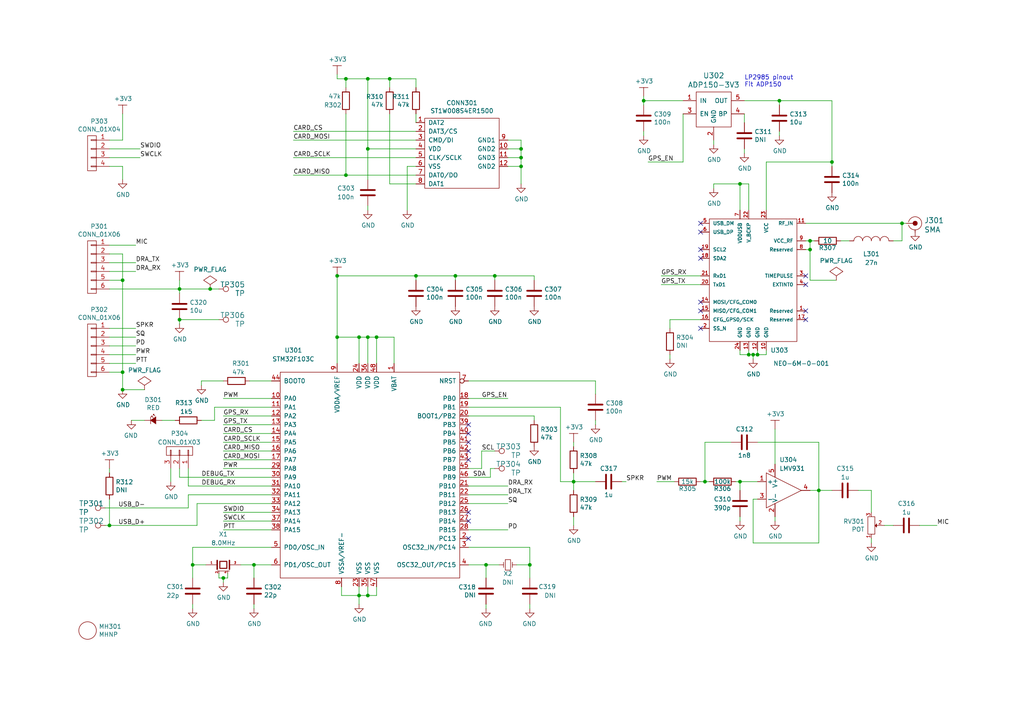
<source format=kicad_sch>
(kicad_sch (version 20211123) (generator eeschema)
  (paper "A4")
  (lib_symbols
    (symbol "Page-tek-conn:CONN_01X03" (pin_names (offset 1.016) hide)
      (property "Reference" "P" (at 0 5.08 0))
      (property "Value" "Page-tek-conn_CONN_01X03" (at 2.54 0 90))
      (symbol "CONN_01X03_1_1"
        (pin passive line (at -5.08 2.54 0) (length 3.81) (name "P1") (number "1"))
        (pin passive line (at -5.08 0 0) (length 3.81) (name "P2") (number "2"))
        (pin passive line (at -5.08 -2.54 0) (length 3.81) (name "P3") (number "3"))
      )
    )
    (symbol "Page-tek-conn:CONN_01X04" (pin_names (offset 1.016) hide)
      (property "Reference" "P" (at 0 6.35 0))
      (property "Value" "Page-tek-conn_CONN_01X04" (at 2.54 0 90))
      (symbol "CONN_01X04_1_1"
        (pin passive line (at -5.08 3.81 0) (length 3.81) (name "P1") (number "1"))
        (pin passive line (at -5.08 1.27 0) (length 3.81) (name "P2") (number "2"))
        (pin passive line (at -5.08 -1.27 0) (length 3.81) (name "P3") (number "3"))
        (pin passive line (at -5.08 -3.81 0) (length 3.81) (name "P4") (number "4"))
      )
    )
    (symbol "Page-tek-conn:CONN_01X06" (pin_names (offset 1.016) hide)
      (property "Reference" "P" (at 0 8.89 0))
      (property "Value" "Page-tek-conn_CONN_01X06" (at 2.54 0 90))
      (symbol "CONN_01X06_1_1"
        (pin passive line (at -5.08 6.35 0) (length 3.81) (name "P1") (number "1"))
        (pin passive line (at -5.08 3.81 0) (length 3.81) (name "P2") (number "2"))
        (pin passive line (at -5.08 1.27 0) (length 3.81) (name "P3") (number "3"))
        (pin passive line (at -5.08 -1.27 0) (length 3.81) (name "P4") (number "4"))
        (pin passive line (at -5.08 -3.81 0) (length 3.81) (name "P5") (number "5"))
        (pin passive line (at -5.08 -6.35 0) (length 3.81) (name "P6") (number "6"))
      )
    )
    (symbol "Page-tek-conn:SMA" (pin_numbers hide) (pin_names (offset 1.016) hide)
      (property "Reference" "J" (at 2.54 1.27 0))
      (property "Value" "Page-tek-conn_SMA" (at 2.54 -1.27 0))
      (property "Footprint" "SMA" (at 5.08 -3.302 0))
      (symbol "SMA_1_1"
        (pin passive line (at -2.54 0 0) (length 2.54) (name "RF") (number "1"))
        (pin passive line (at 0 -2.54 90) (length 0.6096) (name "GND") (number "2"))
      )
    )
    (symbol "Page-tek-conn:TP" (pin_names (offset 1.016))
      (property "Reference" "TP" (at 0.254 5.842 0))
      (property "Value" "Page-tek-conn_TP" (at 0.254 3.81 0))
      (symbol "TP_1_1"
        (pin input line (at 0 0 90) (length 0) hide (name "~") (number "1"))
      )
    )
    (symbol "Page-tek-conn:uSD-4gnd" (pin_names (offset 1.016))
      (property "Reference" "CONN" (at -6.35 13.97 0))
      (property "Value" "Page-tek-conn_uSD-4gnd" (at -5.08 11.43 0))
      (symbol "uSD-4gnd_1_1"
        (pin input line (at -13.97 8.89 0) (length 2.54) (name "DAT2") (number "1"))
        (pin passive line (at 12.7 1.27 180) (length 2.54) (name "GND2") (number "10"))
        (pin passive line (at 12.7 -1.27 180) (length 2.54) (name "GND3") (number "11"))
        (pin passive line (at 12.7 -3.81 180) (length 2.54) (name "GND2") (number "12"))
        (pin input line (at -13.97 6.35 0) (length 2.54) (name "DAT3/CS") (number "2"))
        (pin input line (at -13.97 3.81 0) (length 2.54) (name "CMD/DI") (number "3"))
        (pin input line (at -13.97 1.27 0) (length 2.54) (name "VDD") (number "4"))
        (pin input line (at -13.97 -1.27 0) (length 2.54) (name "CLK/SCLK") (number "5"))
        (pin input line (at -13.97 -3.81 0) (length 2.54) (name "VSS") (number "6"))
        (pin input line (at -13.97 -6.35 0) (length 2.54) (name "DAT0/DO") (number "7"))
        (pin input line (at -13.97 -8.89 0) (length 2.54) (name "DAT1") (number "8"))
        (pin passive line (at 12.7 3.81 180) (length 2.54) (name "GND1") (number "9"))
      )
    )
    (symbol "Page-tek-mech:MHNP" (pin_names (offset 1.016))
      (property "Reference" "MH" (at 0 8.89 0))
      (property "Value" "Page-tek-mech_MHNP" (at 0 6.35 0))
    )
    (symbol "Page-tek-passive:C" (pin_numbers hide) (pin_names (offset 0.254))
      (property "Reference" "C" (at 0.635 2.54 0))
      (property "Value" "Page-tek-passive_C" (at 0.635 -2.54 0))
      (symbol "C_1_1"
        (pin passive line (at 0 3.81 270) (length 2.794) (name "~") (number "1"))
        (pin passive line (at 0 -3.81 90) (length 2.794) (name "~") (number "2"))
      )
    )
    (symbol "Page-tek-passive:CRYSTAL_SMD4" (pin_names (offset 1.016) hide)
      (property "Reference" "X" (at 0 5.08 0))
      (property "Value" "Page-tek-passive_CRYSTAL_SMD4" (at -6.35 2.54 0))
      (symbol "CRYSTAL_SMD4_1_1"
        (pin passive line (at -5.08 0 0) (length 3.302) (name "1") (number "1"))
        (pin passive line (at -1.27 -2.54 90) (length 0.762) (name "GND") (number "2"))
        (pin passive line (at 5.08 0 180) (length 3.302) (name "~") (number "3"))
        (pin passive line (at 1.27 -2.54 90) (length 0.762) (name "GND") (number "4"))
      )
    )
    (symbol "Page-tek-passive:Crystal_Small" (pin_numbers hide) (pin_names (offset 1.016) hide)
      (property "Reference" "Y" (at 0 2.54 0))
      (property "Value" "Page-tek-passive_Crystal_Small" (at 0 -2.54 0))
      (symbol "Crystal_Small_1_1"
        (pin passive line (at -2.54 0 0) (length 1.27) (name "1") (number "1"))
        (pin passive line (at 2.54 0 180) (length 1.27) (name "2") (number "2"))
      )
    )
    (symbol "Page-tek-passive:INDUCTOR_SMALL" (pin_numbers hide) (pin_names (offset 0) hide)
      (property "Reference" "L" (at 0 2.54 0))
      (property "Value" "Page-tek-passive_INDUCTOR_SMALL" (at 0 -1.27 0))
      (symbol "INDUCTOR_SMALL_1_1"
        (pin input line (at -6.35 0 0) (length 1.27) (name "1") (number "1"))
        (pin input line (at 6.35 0 180) (length 1.27) (name "2") (number "2"))
      )
    )
    (symbol "Page-tek-passive:POT" (pin_names (offset 1.016) hide)
      (property "Reference" "RV" (at 0 -2.032 0))
      (property "Value" "Page-tek-passive_POT" (at 0 0 0))
      (symbol "POT_1_1"
        (pin passive line (at -3.81 0 0) (length 1.27) (name "1") (number "1"))
        (pin passive line (at 0 3.81 270) (length 2.54) (name "2") (number "2"))
        (pin passive line (at 3.81 0 180) (length 1.27) (name "3") (number "3"))
      )
    )
    (symbol "Page-tek-passive:R" (pin_numbers hide) (pin_names (offset 0))
      (property "Reference" "R" (at 2.032 0 90))
      (property "Value" "Page-tek-passive_R" (at 0 0 90))
      (symbol "R_1_1"
        (pin passive line (at 0 3.81 270) (length 1.27) (name "~") (number "1"))
        (pin passive line (at 0 -3.81 90) (length 1.27) (name "~") (number "2"))
      )
    )
    (symbol "Page-tek-power:+3V3" (power) (pin_names (offset 0))
      (property "Value" "Page-tek-power_+3V3" (at -0.254 3.556 0))
      (symbol "+3V3_1_1"
        (pin power_in line (at 0 0 90) (length 0) hide (name "+3V3") (number "1"))
      )
    )
    (symbol "Page-tek-power:GND" (power) (pin_names (offset 0))
      (property "Value" "Page-tek-power_GND" (at 0 -3.81 0))
      (symbol "GND_1_1"
        (pin power_in line (at 0 0 270) (length 0) hide (name "GND") (number "1"))
      )
    )
    (symbol "Page-tek-power:PWR_FLAG" (power) (pin_numbers hide) (pin_names (offset 0) hide)
      (property "Value" "Page-tek-power_PWR_FLAG" (at 0 4.572 0))
      (symbol "PWR_FLAG_0_0"
        (pin power_out line (at 0 0 90) (length 0) (name "pwr") (number "1"))
      )
    )
    (symbol "Page-tek-rf:NEO-6M-0-001" (pin_names (offset 1.016))
      (property "Reference" "U" (at 6.35 21.59 0))
      (property "Value" "Page-tek-rf_NEO-6M-0-001" (at 6.35 19.05 0))
      (symbol "NEO-6M-0-001_1_1"
        (pin input line (at 15.24 -10.16 180) (length 2.54) (name "Reserved") (number "1"))
        (pin power_in line (at 3.81 -21.59 90) (length 2.54) (name "GND") (number "10"))
        (pin input line (at 15.24 15.24 180) (length 2.54) (name "RF_IN") (number "11"))
        (pin power_in line (at 1.27 -21.59 90) (length 2.54) (name "GND") (number "12"))
        (pin power_in line (at -1.27 -21.59 90) (length 2.54) (name "GND") (number "13"))
        (pin bidirectional line (at -15.24 -7.62 0) (length 2.54) (name "MOSI/CFG_COM0") (number "14"))
        (pin input line (at -15.24 -10.16 0) (length 2.54) (name "MISO/CFG_COM1") (number "15"))
        (pin input line (at -15.24 -12.7 0) (length 2.54) (name "CFG_GPS0/SCK") (number "16"))
        (pin input line (at 15.24 -12.7 180) (length 2.54) (name "Reserved") (number "17"))
        (pin bidirectional line (at -15.24 5.08 0) (length 2.54) (name "SDA2") (number "18"))
        (pin bidirectional line (at -15.24 7.62 0) (length 2.54) (name "SCL2") (number "19"))
        (pin input line (at -15.24 -15.24 0) (length 2.54) (name "SS_N") (number "2"))
        (pin output line (at -15.24 -2.54 0) (length 2.54) (name "TxD1") (number "20"))
        (pin input line (at -15.24 0 0) (length 2.54) (name "RxD1") (number "21"))
        (pin power_in line (at -1.27 19.05 270) (length 2.54) (name "V_BCKP") (number "22"))
        (pin power_in line (at 3.81 19.05 270) (length 2.54) (name "VCC") (number "23"))
        (pin power_in line (at -3.81 -21.59 90) (length 2.54) (name "GND") (number "24"))
        (pin output line (at 15.24 0 180) (length 2.54) (name "TIMEPULSE") (number "3"))
        (pin input line (at 15.24 -2.54 180) (length 2.54) (name "EXTINT0") (number "4"))
        (pin bidirectional line (at -15.24 15.24 0) (length 2.54) (name "USB_DM") (number "5"))
        (pin bidirectional line (at -15.24 12.7 0) (length 2.54) (name "USB_DP") (number "6"))
        (pin power_in line (at -3.81 19.05 270) (length 2.54) (name "VDDUSB") (number "7"))
        (pin input line (at 15.24 7.62 180) (length 2.54) (name "Reserved") (number "8"))
        (pin power_in line (at 15.24 10.16 180) (length 2.54) (name "VCC_RF") (number "9"))
      )
    )
    (symbol "Page-tek-semi-d-tr:Led_Small" (pin_numbers hide) (pin_names (offset 0.254) hide)
      (property "Reference" "D" (at -1.27 3.175 0))
      (property "Value" "Page-tek-semi-d-tr_Led_Small" (at -4.445 -2.54 0))
      (symbol "Led_Small_1_1"
        (pin passive line (at -2.54 0 0) (length 1.778) (name "K") (number "1"))
        (pin passive line (at 2.54 0 180) (length 1.778) (name "A") (number "2"))
      )
    )
    (symbol "Page-tek-semi-digital:STM32F103C" (pin_names (offset 1.016))
      (property "Reference" "U" (at 15.24 33.02 0))
      (property "Value" "Page-tek-semi-digital_STM32F103C" (at 20.32 30.48 0))
      (symbol "STM32F103C_1_1"
        (pin power_in line (at 6.35 30.48 270) (length 2.54) (name "VBAT") (number "1"))
        (pin bidirectional line (at -29.21 20.32 0) (length 2.54) (name "PA0") (number "10"))
        (pin bidirectional line (at -29.21 17.78 0) (length 2.54) (name "PA1") (number "11"))
        (pin bidirectional line (at -29.21 15.24 0) (length 2.54) (name "PA2") (number "12"))
        (pin bidirectional line (at -29.21 12.7 0) (length 2.54) (name "PA3") (number "13"))
        (pin bidirectional line (at -29.21 10.16 0) (length 2.54) (name "PA4") (number "14"))
        (pin bidirectional line (at -29.21 7.62 0) (length 2.54) (name "PA5") (number "15"))
        (pin bidirectional line (at -29.21 5.08 0) (length 2.54) (name "PA6") (number "16"))
        (pin bidirectional line (at -29.21 2.54 0) (length 2.54) (name "PA7") (number "17"))
        (pin bidirectional line (at 27.94 20.32 180) (length 2.54) (name "PB0") (number "18"))
        (pin bidirectional line (at 27.94 17.78 180) (length 2.54) (name "PB1") (number "19"))
        (pin bidirectional line (at 27.94 -20.32 180) (length 2.54) (name "PC13") (number "2"))
        (pin bidirectional line (at 27.94 15.24 180) (length 2.54) (name "BOOT1/PB2") (number "20"))
        (pin bidirectional line (at 27.94 -5.08 180) (length 2.54) (name "PB10") (number "21"))
        (pin bidirectional line (at 27.94 -7.62 180) (length 2.54) (name "PB11") (number "22"))
        (pin power_in line (at -3.81 -34.29 90) (length 2.54) (name "VSS") (number "23"))
        (pin power_in line (at -3.81 30.48 270) (length 2.54) (name "VDD") (number "24"))
        (pin bidirectional line (at 27.94 -10.16 180) (length 2.54) (name "PB12") (number "25"))
        (pin bidirectional line (at 27.94 -12.7 180) (length 2.54) (name "PB13") (number "26"))
        (pin bidirectional line (at 27.94 -15.24 180) (length 2.54) (name "PB14") (number "27"))
        (pin bidirectional line (at 27.94 -17.78 180) (length 2.54) (name "PB15") (number "28"))
        (pin bidirectional line (at -29.21 0 0) (length 2.54) (name "PA8") (number "29"))
        (pin bidirectional line (at 27.94 -22.86 180) (length 2.54) (name "OSC32_IN/PC14") (number "3"))
        (pin bidirectional line (at -29.21 -2.54 0) (length 2.54) (name "PA9") (number "30"))
        (pin bidirectional line (at -29.21 -5.08 0) (length 2.54) (name "PA10") (number "31"))
        (pin bidirectional line (at -29.21 -7.62 0) (length 2.54) (name "PA11") (number "32"))
        (pin bidirectional line (at -29.21 -10.16 0) (length 2.54) (name "PA12") (number "33"))
        (pin bidirectional line (at -29.21 -12.7 0) (length 2.54) (name "PA13") (number "34"))
        (pin power_in line (at -1.27 -34.29 90) (length 2.54) (name "VSS") (number "35"))
        (pin power_in line (at -1.27 30.48 270) (length 2.54) (name "VDD") (number "36"))
        (pin bidirectional line (at -29.21 -15.24 0) (length 2.54) (name "PA14") (number "37"))
        (pin bidirectional line (at -29.21 -17.78 0) (length 2.54) (name "PA15") (number "38"))
        (pin bidirectional line (at 27.94 12.7 180) (length 2.54) (name "PB3") (number "39"))
        (pin bidirectional line (at 27.94 -27.94 180) (length 2.54) (name "OSC32_OUT/PC15") (number "4"))
        (pin bidirectional line (at 27.94 10.16 180) (length 2.54) (name "PB4") (number "40"))
        (pin bidirectional line (at 27.94 7.62 180) (length 2.54) (name "PB5") (number "41"))
        (pin bidirectional line (at 27.94 5.08 180) (length 2.54) (name "PB6") (number "42"))
        (pin bidirectional line (at 27.94 2.54 180) (length 2.54) (name "PB7") (number "43"))
        (pin input line (at -29.21 25.4 0) (length 2.54) (name "BOOT0") (number "44"))
        (pin bidirectional line (at 27.94 0 180) (length 2.54) (name "PB8") (number "45"))
        (pin bidirectional line (at 27.94 -2.54 180) (length 2.54) (name "PB9") (number "46"))
        (pin power_in line (at 1.27 -34.29 90) (length 2.54) (name "VSS") (number "47"))
        (pin power_in line (at 1.27 30.48 270) (length 2.54) (name "VDD") (number "48"))
        (pin bidirectional line (at -29.21 -22.86 0) (length 2.54) (name "PD0/OSC_IN") (number "5"))
        (pin bidirectional line (at -29.21 -27.94 0) (length 2.54) (name "PD1/OSC_OUT") (number "6"))
        (pin bidirectional inverted (at 27.94 25.4 180) (length 2.54) (name "NRST") (number "7"))
        (pin power_in line (at -8.89 -34.29 90) (length 2.54) (name "VSSA/VREF-") (number "8"))
        (pin power_in line (at -10.16 30.48 270) (length 2.54) (name "VDDA/VREF") (number "9"))
      )
    )
    (symbol "Page-tek-semi-opamp:LM331" (pin_names (offset 0.254))
      (property "Reference" "U" (at 0 6.35 0))
      (property "Value" "Page-tek-semi-opamp_LM331" (at 0 3.81 0))
      (symbol "LM331_1_1"
        (pin input line (at -7.62 2.54 0) (length 2.54) (name "+") (number "1"))
        (pin power_in line (at -2.54 -7.62 90) (length 3.81) (name "V-") (number "2"))
        (pin input line (at -7.62 -2.54 0) (length 2.54) (name "-") (number "3"))
        (pin output line (at 7.62 0 180) (length 2.54) (name "~") (number "4"))
        (pin power_in line (at -2.54 7.62 270) (length 3.81) (name "V+") (number "5"))
      )
    )
    (symbol "Page-tek-semi-reg:LP2985" (pin_names (offset 1.016))
      (property "Reference" "U" (at -5.08 7.62 0))
      (property "Value" "Page-tek-semi-reg_LP2985" (at -5.08 5.08 0))
      (symbol "LP2985_1_1"
        (pin power_in line (at -8.89 1.27 0) (length 3.81) (name "IN") (number "1"))
        (pin power_in line (at 0 -10.16 90) (length 3.81) (name "GND") (number "2"))
        (pin input line (at -8.89 -2.54 0) (length 3.81) (name "EN") (number "3"))
        (pin input line (at 8.89 -2.54 180) (length 3.81) (name "BP") (number "4"))
        (pin power_out line (at 8.89 1.27 180) (length 3.81) (name "OUT") (number "5"))
      )
    )
  )
  (junction (at 104.14 172.72))
  (junction (at 217.17 102.87))
  (junction (at 186.69 29.21))
  (junction (at 219.71 102.87))
  (junction (at 52.07 92.71))
  (junction (at 151.13 45.72))
  (junction (at 143.51 80.01))
  (junction (at 226.06 29.21))
  (junction (at 106.68 172.72))
  (junction (at 234.95 72.39))
  (junction (at 106.68 43.18))
  (junction (at 204.47 139.7))
  (junction (at 73.66 163.83))
  (junction (at 166.37 139.7))
  (junction (at 64.77 167.64))
  (junction (at 140.97 163.83))
  (junction (at 97.79 97.79))
  (junction (at 120.65 80.01))
  (junction (at 109.22 97.79))
  (junction (at 237.49 142.24))
  (junction (at 100.33 22.86))
  (junction (at 60.96 83.82))
  (junction (at 241.3 46.99))
  (junction (at 151.13 48.26))
  (junction (at 104.14 97.79))
  (junction (at 151.13 43.18))
  (junction (at 100.33 50.8))
  (junction (at 113.03 22.86))
  (junction (at 218.44 102.87))
  (junction (at 153.67 163.83))
  (junction (at 132.08 80.01))
  (junction (at 234.95 69.85))
  (junction (at 35.56 81.28))
  (junction (at 261.62 64.77))
  (junction (at 97.79 80.01))
  (junction (at 214.63 53.34))
  (junction (at 35.56 113.03))
  (junction (at 106.68 22.86))
  (junction (at 55.88 163.83))
  (junction (at 214.63 139.7))
  (junction (at 106.68 97.79))
  (junction (at 31.75 152.4))
  (junction (at 35.56 107.95))
  (junction (at 52.07 83.82))
  (no_connect (at 135.89 148.59))
  (no_connect (at 233.68 82.55))
  (no_connect (at 135.89 156.21))
  (no_connect (at 135.89 125.73))
  (no_connect (at 203.2 72.39))
  (no_connect (at 203.2 74.93))
  (no_connect (at 203.2 90.17))
  (no_connect (at 233.68 80.01))
  (no_connect (at 135.89 133.35))
  (no_connect (at 135.89 151.13))
  (no_connect (at 203.2 67.31))
  (no_connect (at 233.68 90.17))
  (no_connect (at 135.89 128.27))
  (no_connect (at 203.2 87.63))
  (no_connect (at 233.68 92.71))
  (no_connect (at 203.2 64.77))
  (no_connect (at 135.89 130.81))
  (no_connect (at 135.89 123.19))
  (no_connect (at 203.2 95.25))
  (wire (pts (xy 204.47 139.7) (xy 205.74 139.7)))
  (wire (pts (xy 120.65 22.86) (xy 113.03 22.86)))
  (wire (pts (xy 55.88 176.53) (xy 55.88 175.26)))
  (wire (pts (xy 153.67 176.53) (xy 153.67 175.26)))
  (wire (pts (xy 132.08 81.28) (xy 132.08 80.01)))
  (wire (pts (xy 78.74 128.27) (xy 64.77 128.27)))
  (wire (pts (xy 139.7 135.89) (xy 139.7 130.81)))
  (wire (pts (xy 166.37 139.7) (xy 166.37 142.24)))
  (wire (pts (xy 35.56 81.28) (xy 35.56 107.95)))
  (wire (pts (xy 218.44 104.14) (xy 218.44 102.87)))
  (wire (pts (xy 109.22 170.18) (xy 109.22 172.72)))
  (wire (pts (xy 147.32 45.72) (xy 151.13 45.72)))
  (wire (pts (xy 120.65 43.18) (xy 106.68 43.18)))
  (wire (pts (xy 63.5 83.82) (xy 60.96 83.82)))
  (wire (pts (xy 104.14 97.79) (xy 97.79 97.79)))
  (wire (pts (xy 100.33 25.4) (xy 100.33 22.86)))
  (wire (pts (xy 172.72 114.3) (xy 172.72 110.49)))
  (wire (pts (xy 35.56 48.26) (xy 35.56 52.07)))
  (wire (pts (xy 55.88 158.75) (xy 78.74 158.75)))
  (wire (pts (xy 142.24 135.89) (xy 143.51 135.89)))
  (wire (pts (xy 215.9 29.21) (xy 226.06 29.21)))
  (wire (pts (xy 120.65 48.26) (xy 118.11 48.26)))
  (wire (pts (xy 31.75 73.66) (xy 35.56 73.66)))
  (wire (pts (xy 106.68 170.18) (xy 106.68 172.72)))
  (wire (pts (xy 198.12 33.02) (xy 198.12 46.99)))
  (wire (pts (xy 57.15 146.05) (xy 78.74 146.05)))
  (wire (pts (xy 73.66 163.83) (xy 78.74 163.83)))
  (wire (pts (xy 135.89 140.97) (xy 147.32 140.97)))
  (wire (pts (xy 106.68 172.72) (xy 104.14 172.72)))
  (wire (pts (xy 234.95 69.85) (xy 234.95 72.39)))
  (wire (pts (xy 151.13 43.18) (xy 151.13 45.72)))
  (wire (pts (xy 241.3 48.26) (xy 241.3 46.99)))
  (wire (pts (xy 97.79 97.79) (xy 97.79 105.41)))
  (wire (pts (xy 31.75 40.64) (xy 35.56 40.64)))
  (wire (pts (xy 218.44 157.48) (xy 237.49 157.48)))
  (wire (pts (xy 224.79 134.62) (xy 224.79 124.46)))
  (wire (pts (xy 106.68 52.07) (xy 106.68 43.18)))
  (wire (pts (xy 140.97 176.53) (xy 140.97 175.26)))
  (wire (pts (xy 139.7 130.81) (xy 143.51 130.81)))
  (wire (pts (xy 120.65 81.28) (xy 120.65 80.01)))
  (wire (pts (xy 52.07 83.82) (xy 52.07 81.28)))
  (wire (pts (xy 113.03 33.02) (xy 113.03 53.34)))
  (wire (pts (xy 59.69 163.83) (xy 55.88 163.83)))
  (wire (pts (xy 203.2 139.7) (xy 204.47 139.7)))
  (wire (pts (xy 143.51 80.01) (xy 132.08 80.01)))
  (wire (pts (xy 106.68 43.18) (xy 106.68 22.86)))
  (wire (pts (xy 214.63 142.24) (xy 214.63 139.7)))
  (wire (pts (xy 214.63 101.6) (xy 214.63 102.87)))
  (wire (pts (xy 114.3 97.79) (xy 109.22 97.79)))
  (wire (pts (xy 31.75 78.74) (xy 39.37 78.74)))
  (wire (pts (xy 120.65 35.56) (xy 120.65 33.02)))
  (wire (pts (xy 31.75 76.2) (xy 39.37 76.2)))
  (wire (pts (xy 31.75 97.79) (xy 39.37 97.79)))
  (wire (pts (xy 104.14 170.18) (xy 104.14 172.72)))
  (wire (pts (xy 78.74 135.89) (xy 64.77 135.89)))
  (wire (pts (xy 241.3 142.24) (xy 237.49 142.24)))
  (wire (pts (xy 234.95 72.39) (xy 233.68 72.39)))
  (wire (pts (xy 217.17 53.34) (xy 214.63 53.34)))
  (wire (pts (xy 233.68 64.77) (xy 261.62 64.77)))
  (wire (pts (xy 252.73 157.48) (xy 252.73 156.21)))
  (wire (pts (xy 214.63 139.7) (xy 219.71 139.7)))
  (wire (pts (xy 219.71 101.6) (xy 219.71 102.87)))
  (wire (pts (xy 78.74 120.65) (xy 64.77 120.65)))
  (wire (pts (xy 214.63 53.34) (xy 207.01 53.34)))
  (wire (pts (xy 120.65 25.4) (xy 120.65 22.86)))
  (wire (pts (xy 151.13 40.64) (xy 151.13 43.18)))
  (wire (pts (xy 261.62 69.85) (xy 261.62 64.77)))
  (wire (pts (xy 63.5 166.37) (xy 63.5 167.64)))
  (wire (pts (xy 212.09 128.27) (xy 204.47 128.27)))
  (wire (pts (xy 234.95 81.28) (xy 242.57 81.28)))
  (wire (pts (xy 109.22 105.41) (xy 109.22 97.79)))
  (wire (pts (xy 99.06 170.18) (xy 99.06 172.72)))
  (wire (pts (xy 147.32 43.18) (xy 151.13 43.18)))
  (wire (pts (xy 120.65 50.8) (xy 100.33 50.8)))
  (wire (pts (xy 114.3 105.41) (xy 114.3 97.79)))
  (wire (pts (xy 106.68 97.79) (xy 104.14 97.79)))
  (wire (pts (xy 97.79 80.01) (xy 97.79 97.79)))
  (wire (pts (xy 219.71 144.78) (xy 218.44 144.78)))
  (wire (pts (xy 172.72 139.7) (xy 166.37 139.7)))
  (wire (pts (xy 55.88 163.83) (xy 55.88 158.75)))
  (wire (pts (xy 55.88 167.64) (xy 55.88 163.83)))
  (wire (pts (xy 78.74 130.81) (xy 64.77 130.81)))
  (wire (pts (xy 207.01 41.91) (xy 207.01 40.64)))
  (wire (pts (xy 147.32 48.26) (xy 151.13 48.26)))
  (wire (pts (xy 78.74 110.49) (xy 72.39 110.49)))
  (wire (pts (xy 132.08 80.01) (xy 120.65 80.01)))
  (wire (pts (xy 180.34 139.7) (xy 181.61 139.7)))
  (wire (pts (xy 41.91 113.03) (xy 35.56 113.03)))
  (wire (pts (xy 135.89 146.05) (xy 147.32 146.05)))
  (wire (pts (xy 109.22 97.79) (xy 106.68 97.79)))
  (wire (pts (xy 30.48 147.32) (xy 54.61 147.32)))
  (wire (pts (xy 66.04 167.64) (xy 66.04 166.37)))
  (wire (pts (xy 151.13 45.72) (xy 151.13 48.26)))
  (wire (pts (xy 106.68 22.86) (xy 113.03 22.86)))
  (wire (pts (xy 224.79 151.13) (xy 224.79 149.86)))
  (wire (pts (xy 259.08 152.4) (xy 256.54 152.4)))
  (wire (pts (xy 31.75 152.4) (xy 57.15 152.4)))
  (wire (pts (xy 186.69 39.37) (xy 186.69 38.1)))
  (wire (pts (xy 213.36 139.7) (xy 214.63 139.7)))
  (wire (pts (xy 203.2 80.01) (xy 191.77 80.01)))
  (wire (pts (xy 31.75 144.78) (xy 31.75 152.4)))
  (wire (pts (xy 120.65 45.72) (xy 85.09 45.72)))
  (wire (pts (xy 31.75 71.12) (xy 39.37 71.12)))
  (wire (pts (xy 219.71 128.27) (xy 237.49 128.27)))
  (wire (pts (xy 30.48 152.4) (xy 31.75 152.4)))
  (wire (pts (xy 106.68 60.96) (xy 106.68 59.69)))
  (wire (pts (xy 203.2 92.71) (xy 194.31 92.71)))
  (wire (pts (xy 31.75 95.25) (xy 39.37 95.25)))
  (wire (pts (xy 266.7 152.4) (xy 271.78 152.4)))
  (wire (pts (xy 97.79 21.59) (xy 97.79 22.86)))
  (wire (pts (xy 149.86 163.83) (xy 153.67 163.83)))
  (wire (pts (xy 62.23 118.11) (xy 78.74 118.11)))
  (wire (pts (xy 172.72 121.92) (xy 172.72 123.19)))
  (wire (pts (xy 153.67 158.75) (xy 135.89 158.75)))
  (wire (pts (xy 64.77 168.91) (xy 64.77 167.64)))
  (wire (pts (xy 234.95 72.39) (xy 234.95 81.28)))
  (wire (pts (xy 217.17 102.87) (xy 218.44 102.87)))
  (wire (pts (xy 69.85 163.83) (xy 73.66 163.83)))
  (wire (pts (xy 100.33 50.8) (xy 85.09 50.8)))
  (wire (pts (xy 143.51 81.28) (xy 143.51 80.01)))
  (wire (pts (xy 135.89 120.65) (xy 154.94 120.65)))
  (wire (pts (xy 54.61 140.97) (xy 78.74 140.97)))
  (wire (pts (xy 120.65 80.01) (xy 97.79 80.01)))
  (wire (pts (xy 222.25 46.99) (xy 241.3 46.99)))
  (wire (pts (xy 153.67 163.83) (xy 153.67 158.75)))
  (wire (pts (xy 207.01 53.34) (xy 207.01 54.61)))
  (wire (pts (xy 243.84 69.85) (xy 246.38 69.85)))
  (wire (pts (xy 35.56 40.64) (xy 35.56 33.02)))
  (wire (pts (xy 63.5 167.64) (xy 64.77 167.64)))
  (wire (pts (xy 198.12 46.99) (xy 187.96 46.99)))
  (wire (pts (xy 31.75 83.82) (xy 52.07 83.82)))
  (wire (pts (xy 118.11 48.26) (xy 118.11 60.96)))
  (wire (pts (xy 162.56 139.7) (xy 166.37 139.7)))
  (wire (pts (xy 35.56 73.66) (xy 35.56 81.28)))
  (wire (pts (xy 215.9 35.56) (xy 215.9 33.02)))
  (wire (pts (xy 186.69 27.94) (xy 186.69 29.21)))
  (wire (pts (xy 248.92 142.24) (xy 252.73 142.24)))
  (wire (pts (xy 217.17 60.96) (xy 217.17 53.34)))
  (wire (pts (xy 104.14 97.79) (xy 104.14 105.41)))
  (wire (pts (xy 54.61 147.32) (xy 54.61 143.51)))
  (wire (pts (xy 252.73 142.24) (xy 252.73 148.59)))
  (wire (pts (xy 135.89 138.43) (xy 142.24 138.43)))
  (wire (pts (xy 52.07 138.43) (xy 52.07 135.89)))
  (wire (pts (xy 194.31 92.71) (xy 194.31 95.25)))
  (wire (pts (xy 140.97 167.64) (xy 140.97 163.83)))
  (wire (pts (xy 49.53 135.89) (xy 49.53 139.7)))
  (wire (pts (xy 52.07 93.98) (xy 52.07 92.71)))
  (wire (pts (xy 54.61 143.51) (xy 78.74 143.51)))
  (wire (pts (xy 218.44 144.78) (xy 218.44 157.48)))
  (wire (pts (xy 237.49 128.27) (xy 237.49 142.24)))
  (wire (pts (xy 78.74 133.35) (xy 64.77 133.35)))
  (wire (pts (xy 215.9 44.45) (xy 215.9 43.18)))
  (wire (pts (xy 120.65 38.1) (xy 85.09 38.1)))
  (wire (pts (xy 78.74 148.59) (xy 64.77 148.59)))
  (wire (pts (xy 214.63 151.13) (xy 214.63 149.86)))
  (wire (pts (xy 58.42 121.92) (xy 62.23 121.92)))
  (wire (pts (xy 78.74 153.67) (xy 64.77 153.67)))
  (wire (pts (xy 237.49 157.48) (xy 237.49 142.24)))
  (wire (pts (xy 31.75 45.72) (xy 40.64 45.72)))
  (wire (pts (xy 154.94 81.28) (xy 154.94 80.01)))
  (wire (pts (xy 135.89 110.49) (xy 172.72 110.49)))
  (wire (pts (xy 31.75 107.95) (xy 35.56 107.95)))
  (wire (pts (xy 233.68 69.85) (xy 234.95 69.85)))
  (wire (pts (xy 41.91 121.92) (xy 38.1 121.92)))
  (wire (pts (xy 54.61 140.97) (xy 54.61 135.89)))
  (wire (pts (xy 31.75 102.87) (xy 39.37 102.87)))
  (wire (pts (xy 218.44 102.87) (xy 219.71 102.87)))
  (wire (pts (xy 166.37 137.16) (xy 166.37 139.7)))
  (wire (pts (xy 237.49 142.24) (xy 234.95 142.24)))
  (wire (pts (xy 226.06 30.48) (xy 226.06 29.21)))
  (wire (pts (xy 151.13 48.26) (xy 151.13 53.34)))
  (wire (pts (xy 57.15 152.4) (xy 57.15 146.05)))
  (wire (pts (xy 162.56 118.11) (xy 162.56 139.7)))
  (wire (pts (xy 262.89 64.77) (xy 261.62 64.77)))
  (wire (pts (xy 35.56 107.95) (xy 35.56 113.03)))
  (wire (pts (xy 142.24 138.43) (xy 142.24 135.89)))
  (wire (pts (xy 31.75 43.18) (xy 40.64 43.18)))
  (wire (pts (xy 52.07 138.43) (xy 78.74 138.43)))
  (wire (pts (xy 234.95 69.85) (xy 236.22 69.85)))
  (wire (pts (xy 109.22 172.72) (xy 106.68 172.72)))
  (wire (pts (xy 60.96 83.82) (xy 52.07 83.82)))
  (wire (pts (xy 135.89 143.51) (xy 147.32 143.51)))
  (wire (pts (xy 63.5 92.71) (xy 52.07 92.71)))
  (wire (pts (xy 135.89 118.11) (xy 162.56 118.11)))
  (wire (pts (xy 73.66 167.64) (xy 73.66 163.83)))
  (wire (pts (xy 104.14 172.72) (xy 104.14 175.26)))
  (wire (pts (xy 219.71 102.87) (xy 222.25 102.87)))
  (wire (pts (xy 31.75 81.28) (xy 35.56 81.28)))
  (wire (pts (xy 50.8 121.92) (xy 46.99 121.92)))
  (wire (pts (xy 100.33 22.86) (xy 106.68 22.86)))
  (wire (pts (xy 106.68 105.41) (xy 106.68 97.79)))
  (wire (pts (xy 52.07 85.09) (xy 52.07 83.82)))
  (wire (pts (xy 135.89 135.89) (xy 139.7 135.89)))
  (wire (pts (xy 154.94 80.01) (xy 143.51 80.01)))
  (wire (pts (xy 259.08 69.85) (xy 261.62 69.85)))
  (wire (pts (xy 64.77 167.64) (xy 66.04 167.64)))
  (wire (pts (xy 147.32 40.64) (xy 151.13 40.64)))
  (wire (pts (xy 154.94 120.65) (xy 154.94 121.92)))
  (wire (pts (xy 241.3 29.21) (xy 241.3 46.99)))
  (wire (pts (xy 214.63 60.96) (xy 214.63 53.34)))
  (wire (pts (xy 78.74 151.13) (xy 64.77 151.13)))
  (wire (pts (xy 203.2 82.55) (xy 191.77 82.55)))
  (wire (pts (xy 99.06 172.72) (xy 104.14 172.72)))
  (wire (pts (xy 31.75 100.33) (xy 39.37 100.33)))
  (wire (pts (xy 166.37 128.27) (xy 166.37 129.54)))
  (wire (pts (xy 62.23 121.92) (xy 62.23 118.11)))
  (wire (pts (xy 153.67 167.64) (xy 153.67 163.83)))
  (wire (pts (xy 113.03 53.34) (xy 120.65 53.34)))
  (wire (pts (xy 97.79 22.86) (xy 100.33 22.86)))
  (wire (pts (xy 214.63 102.87) (xy 217.17 102.87)))
  (wire (pts (xy 64.77 110.49) (xy 58.42 110.49)))
  (wire (pts (xy 78.74 123.19) (xy 64.77 123.19)))
  (wire (pts (xy 226.06 29.21) (xy 241.3 29.21)))
  (wire (pts (xy 31.75 135.89) (xy 31.75 137.16)))
  (wire (pts (xy 198.12 29.21) (xy 186.69 29.21)))
  (wire (pts (xy 113.03 25.4) (xy 113.03 22.86)))
  (wire (pts (xy 195.58 139.7) (xy 190.5 139.7)))
  (wire (pts (xy 58.42 110.49) (xy 58.42 111.76)))
  (wire (pts (xy 78.74 125.73) (xy 64.77 125.73)))
  (wire (pts (xy 135.89 153.67) (xy 147.32 153.67)))
  (wire (pts (xy 222.25 46.99) (xy 222.25 60.96)))
  (wire (pts (xy 100.33 33.02) (xy 100.33 50.8)))
  (wire (pts (xy 186.69 29.21) (xy 186.69 30.48)))
  (wire (pts (xy 217.17 101.6) (xy 217.17 102.87)))
  (wire (pts (xy 31.75 48.26) (xy 35.56 48.26)))
  (wire (pts (xy 166.37 149.86) (xy 166.37 152.4)))
  (wire (pts (xy 73.66 176.53) (xy 73.66 175.26)))
  (wire (pts (xy 31.75 105.41) (xy 39.37 105.41)))
  (wire (pts (xy 194.31 104.14) (xy 194.31 102.87)))
  (wire (pts (xy 222.25 102.87) (xy 222.25 101.6)))
  (wire (pts (xy 226.06 39.37) (xy 226.06 38.1)))
  (wire (pts (xy 204.47 128.27) (xy 204.47 139.7)))
  (wire (pts (xy 144.78 163.83) (xy 140.97 163.83)))
  (wire (pts (xy 120.65 40.64) (xy 85.09 40.64)))
  (wire (pts (xy 135.89 115.57) (xy 147.32 115.57)))
  (wire (pts (xy 140.97 163.83) (xy 135.89 163.83)))
  (wire (pts (xy 78.74 115.57) (xy 64.77 115.57)))
  (text "LP2985 pinout\nFit ADP150" (at 215.9 25.4 0) (effects (font (size 1.27 1.27)) (justify left bottom)))
  (label "PTT" (at 64.77 153.67 0))
  (label "GPS_RX" (at 191.77 80.01 0))
  (label "CARD_MOSI" (at 64.77 133.35 0))
  (label "USB_D-" (at 34.29 147.32 0))
  (label "PWR" (at 39.37 102.87 0))
  (label "GPS_TX" (at 191.77 82.55 0))
  (label "GPS_EN" (at 139.7 115.57 0))
  (label "CARD_CS" (at 64.77 125.73 0))
  (label "DEBUG_RX" (at 58.42 140.97 0))
  (label "SWDIO" (at 40.64 43.18 0))
  (label "PWR" (at 64.77 135.89 0))
  (label "GPS_EN" (at 187.96 46.99 0))
  (label "PWM" (at 190.5 139.7 0))
  (label "SCL" (at 139.7 130.81 0))
  (label "SWCLK" (at 64.77 151.13 0))
  (label "PD" (at 39.37 100.33 0))
  (label "SWCLK" (at 40.64 45.72 0))
  (label "DRA_RX" (at 147.32 140.97 0))
  (label "DRA_TX" (at 147.32 143.51 0))
  (label "SPKR" (at 39.37 95.25 0))
  (label "MIC" (at 39.37 71.12 0))
  (label "DRA_TX" (at 39.37 76.2 0))
  (label "CARD_MISO" (at 85.09 50.8 0))
  (label "SWDIO" (at 64.77 148.59 0))
  (label "PWM" (at 64.77 115.57 0))
  (label "SDA" (at 137.16 138.43 0))
  (label "CARD_SCLK" (at 85.09 45.72 0))
  (label "CARD_MOSI" (at 85.09 40.64 0))
  (label "SQ" (at 39.37 97.79 0))
  (label "CARD_SCLK" (at 64.77 128.27 0))
  (label "GPS_TX" (at 64.77 123.19 0))
  (label "CARD_CS" (at 85.09 38.1 0))
  (label "SQ" (at 147.32 146.05 0))
  (label "PD" (at 147.32 153.67 0))
  (label "DRA_RX" (at 39.37 78.74 0))
  (label "GPS_RX" (at 64.77 120.65 0))
  (label "MIC" (at 271.78 152.4 0))
  (label "CARD_MISO" (at 64.77 130.81 0))
  (label "PTT" (at 39.37 105.41 0))
  (label "DEBUG_TX" (at 58.42 138.43 0))
  (label "USB_D+" (at 34.29 152.4 0))
  (label "SPKR" (at 181.61 139.7 0))
  (symbol (lib_id "Page-tek-passive:CRYSTAL_SMD4") (at 64.77 163.83 0) (unit 1)
    (property "Reference" "X1" (at 64.77 154.94 0))
    (property "Value" "8.0MHz" (at 64.77 157.48 0))
    (property "Footprint" "Page-tek-SMDpassive:XTAL500X320X130L90X120NN" (effects hide))
  )
  (symbol (lib_id "Page-tek-power:GND") (at 64.77 168.91 0)
    (property "Reference" "#PWR0333" (effects hide))
    (property "Value" "GND" (at 64.897 173.3042 0))
  )
  (symbol (lib_id "Page-tek-passive:C") (at 153.67 171.45 0) (mirror y)
    (property "Reference" "C319" (at 161.29 170.18 0) (effects (justify left)))
    (property "Value" "DNI" (at 161.29 172.72 0) (effects (justify left)))
    (property "Footprint" "Page-tek-SMDpassive:CAPC160X80X90L35N-0603" (effects hide))
  )
  (symbol (lib_id "Page-tek-passive:C") (at 140.97 171.45 0) (mirror y)
    (property "Reference" "C318" (at 138.049 170.2816 0) (effects (justify left)))
    (property "Value" "DNI" (at 138.049 172.593 0) (effects (justify left)))
    (property "Footprint" "Page-tek-SMDpassive:CAPC160X80X90L35N-0603" (effects hide))
  )
  (symbol (lib_id "Page-tek-power:GND") (at 153.67 176.53 0) (mirror y)
    (property "Reference" "#PWR0335" (effects hide))
    (property "Value" "GND" (at 153.543 180.9242 0))
  )
  (symbol (lib_id "Page-tek-power:GND") (at 140.97 176.53 0) (mirror y)
    (property "Reference" "#PWR0334" (effects hide))
    (property "Value" "GND" (at 140.843 180.9242 0))
  )
  (symbol (lib_id "Page-tek-rf:NEO-6M-0-001") (at 218.44 80.01 0) (unit 1)
    (property "Reference" "U303" (at 226.06 101.6 0))
    (property "Value" "NEO-6M-0-001" (at 232.41 105.41 0))
    (property "Footprint" "Page-tek-Modules:ublox-NEO-6" (effects hide))
  )
  (symbol (lib_id "Page-tek-power:GND") (at 218.44 104.14 0) (unit 1)
    (property "Reference" "#PWR0325" (effects hide))
    (property "Value" "GND" (at 218.567 108.5342 0))
  )
  (symbol (lib_id "Page-tek-power:GND") (at 207.01 54.61 0) (unit 1)
    (property "Reference" "#PWR0322" (effects hide))
    (property "Value" "GND" (at 207.137 59.0042 0))
  )
  (symbol (lib_id "Page-tek-passive:C") (at 241.3 52.07 0) (unit 1)
    (property "Reference" "C314" (at 244.221 50.9016 0) (effects (justify left)))
    (property "Value" "100n" (at 244.221 53.213 0) (effects (justify left)))
    (property "Footprint" "Page-tek-SMDpassive:CAPC160X80X90L35N-0603" (effects hide))
  )
  (symbol (lib_id "Page-tek-power:GND") (at 241.3 55.88 0) (unit 1)
    (property "Reference" "#PWR0328" (effects hide))
    (property "Value" "GND" (at 241.427 60.2742 0))
  )
  (symbol (lib_id "Page-tek-semi-reg:LP2985") (at 207.01 30.48 0) (unit 1)
    (property "Reference" "U302" (at 207.01 21.9202 0) (effects (font (size 1.524 1.524))))
    (property "Value" "ADP150-3V3" (at 207.01 24.6126 0) (effects (font (size 1.524 1.524))))
    (property "Footprint" "Page-tek-Active:SOT23-5P95_280X145L45X40N" (effects hide))
  )
  (symbol (lib_id "Page-tek-passive:C") (at 226.06 34.29 0) (unit 1)
    (property "Reference" "C313" (at 228.981 33.1216 0) (effects (justify left)))
    (property "Value" "10u" (at 228.981 35.433 0) (effects (justify left)))
    (property "Footprint" "Page-tek-SMDpassive:CAPC160X80X90L35N-0603" (effects hide))
  )
  (symbol (lib_id "Page-tek-power:GND") (at 226.06 39.37 0) (unit 1)
    (property "Reference" "#PWR0327" (effects hide))
    (property "Value" "GND" (at 226.187 43.7642 0))
  )
  (symbol (lib_id "Page-tek-passive:C") (at 215.9 39.37 0) (unit 1)
    (property "Reference" "C311" (at 218.821 38.2016 0) (effects (justify left)))
    (property "Value" "DNI" (at 218.821 40.513 0) (effects (justify left)))
    (property "Footprint" "Page-tek-SMDpassive:CAPC160X80X90L35N-0603" (effects hide))
  )
  (symbol (lib_id "Page-tek-power:GND") (at 215.9 44.45 0) (unit 1)
    (property "Reference" "#PWR0324" (effects hide))
    (property "Value" "GND" (at 216.027 48.8442 0))
  )
  (symbol (lib_id "Page-tek-power:GND") (at 207.01 41.91 0) (unit 1)
    (property "Reference" "#PWR0321" (effects hide))
    (property "Value" "GND" (at 207.137 46.3042 0))
  )
  (symbol (lib_id "Page-tek-passive:R") (at 194.31 99.06 0) (unit 1)
    (property "Reference" "R304" (at 196.088 97.8916 0) (effects (justify left)))
    (property "Value" "DNI" (at 196.088 100.203 0) (effects (justify left)))
    (property "Footprint" "Page-tek-SMDpassive:RESC160X80X55L30N-0603" (effects hide))
  )
  (symbol (lib_id "Page-tek-power:GND") (at 194.31 104.14 0) (unit 1)
    (property "Reference" "#PWR0320" (effects hide))
    (property "Value" "GND" (at 194.437 108.5342 0))
  )
  (symbol (lib_id "Page-tek-power:+3V3") (at 186.69 27.94 0) (unit 1)
    (property "Reference" "#PWR0318" (effects hide))
    (property "Value" "+3V3" (at 186.817 23.5458 0))
  )
  (symbol (lib_id "Page-tek-power:GND") (at 186.69 39.37 0) (unit 1)
    (property "Reference" "#PWR0319" (effects hide))
    (property "Value" "GND" (at 186.817 43.7642 0))
  )
  (symbol (lib_id "Page-tek-passive:C") (at 186.69 34.29 0) (unit 1)
    (property "Reference" "C309" (at 189.611 33.1216 0) (effects (justify left)))
    (property "Value" "100n" (at 189.611 35.433 0) (effects (justify left)))
    (property "Footprint" "Page-tek-SMDpassive:CAPC160X80X90L35N-0603" (effects hide))
  )
  (symbol (lib_id "Page-tek-passive:R") (at 240.03 69.85 270)
    (property "Reference" "R307" (at 240.03 71.882 90))
    (property "Value" "10" (at 240.03 69.85 90))
    (property "Footprint" "Page-tek-SMDpassive:RESC160X80X55L30N-0603" (effects hide))
  )
  (symbol (lib_id "Page-tek-passive:INDUCTOR_SMALL") (at 252.73 69.85 0) (unit 1)
    (property "Reference" "L301" (at 252.73 73.66 0))
    (property "Value" "27n" (at 252.73 76.2 0))
    (property "Footprint" "Page-tek-SMDpassive:INDC180X76X102L33N-CC0603" (effects hide))
  )
  (symbol (lib_id "Page-tek-conn:SMA") (at 265.43 64.77 0)
    (property "Reference" "J301" (at 268.0462 63.9318 0) (effects (font (size 1.524 1.524)) (justify left)))
    (property "Value" "SMA" (at 268.0462 66.6242 0) (effects (font (size 1.524 1.524)) (justify left)))
    (property "Footprint" "Page-tek-Conn:MOLEX-0734152063-MCX-SMD" (effects hide))
  )
  (symbol (lib_id "Page-tek-power:GND") (at 265.43 67.31 0) (unit 1)
    (property "Reference" "#PWR0330" (effects hide))
    (property "Value" "GND" (at 265.557 71.7042 0))
  )
  (symbol (lib_id "Page-tek-passive:Crystal_Small") (at 147.32 163.83 0) (unit 1)
    (property "Reference" "X2" (at 147.32 166.37 0))
    (property "Value" "DNI" (at 147.32 168.91 0))
    (property "Footprint" "Page-tek-SMDpassive:XTAL320X150X180L100" (effects hide))
  )
  (symbol (lib_id "Page-tek-conn:uSD-4gnd") (at 134.62 44.45 0)
    (property "Reference" "CONN301" (at 133.985 29.845 0))
    (property "Value" "ST1W008S4ER1500" (at 133.985 32.1564 0))
    (property "Footprint" "Page-tek-Conn:JAE_ST1W008S4ER1500" (effects hide))
  )
  (symbol (lib_id "Page-tek-power:GND") (at 151.13 53.34 0)
    (property "Reference" "#PWR0314" (effects hide))
    (property "Value" "GND" (at 151.257 57.7342 0))
  )
  (symbol (lib_id "Page-tek-power:+3V3") (at 97.79 21.59 0)
    (property "Reference" "#PWR0307" (effects hide))
    (property "Value" "+3V3" (at 97.917 17.1958 0))
  )
  (symbol (lib_id "Page-tek-power:GND") (at 118.11 60.96 0)
    (property "Reference" "#PWR0310" (effects hide))
    (property "Value" "GND" (at 118.237 65.3542 0))
  )
  (symbol (lib_id "Page-tek-passive:C") (at 106.68 55.88 0)
    (property "Reference" "C303" (at 97.79 54.61 0) (effects (justify left)))
    (property "Value" "100n" (at 97.79 57.15 0) (effects (justify left)))
    (property "Footprint" "Page-tek-SMDpassive:CAPC160X80X90L35N-0603" (effects hide))
  )
  (symbol (lib_id "Page-tek-passive:R") (at 100.33 29.21 0) (mirror x)
    (property "Reference" "R302" (at 93.98 30.48 0) (effects (justify left)))
    (property "Value" "47k" (at 95.25 27.94 0) (effects (justify left)))
    (property "Footprint" "Page-tek-SMDpassive:RESC160X80X55L30N-0603" (effects hide))
  )
  (symbol (lib_id "Page-tek-passive:R") (at 113.03 29.21 0) (mirror y)
    (property "Reference" "R310" (at 111.252 28.0416 0) (effects (justify left)))
    (property "Value" "47k" (at 111.252 30.353 0) (effects (justify left)))
    (property "Footprint" "Page-tek-SMDpassive:RESC160X80X55L30N-0603" (effects hide))
  )
  (symbol (lib_id "Page-tek-semi-digital:STM32F103C") (at 107.95 135.89 0)
    (property "Reference" "U301" (at 85.09 101.6 0))
    (property "Value" "STM32F103C" (at 85.09 104.14 0))
    (property "Footprint" "Page-tek-Active:QFP48P50_900X900X120L60X22N-TQFP48" (effects hide))
  )
  (symbol (lib_id "Page-tek-passive:C") (at 55.88 171.45 0)
    (property "Reference" "C301" (at 48.26 170.18 0) (effects (justify left)))
    (property "Value" "22p" (at 48.26 172.72 0) (effects (justify left)))
    (property "Footprint" "Page-tek-SMDpassive:CAPC160X80X90L35N-0603" (effects hide))
  )
  (symbol (lib_id "Page-tek-passive:C") (at 73.66 171.45 0)
    (property "Reference" "C302" (at 76.581 170.2816 0) (effects (justify left)))
    (property "Value" "22p" (at 76.581 172.593 0) (effects (justify left)))
    (property "Footprint" "Page-tek-SMDpassive:CAPC160X80X90L35N-0603" (effects hide))
  )
  (symbol (lib_id "Page-tek-power:GND") (at 55.88 176.53 0)
    (property "Reference" "#PWR0304" (effects hide))
    (property "Value" "GND" (at 56.007 180.9242 0))
  )
  (symbol (lib_id "Page-tek-power:GND") (at 73.66 176.53 0)
    (property "Reference" "#PWR0306" (effects hide))
    (property "Value" "GND" (at 73.787 180.9242 0))
  )
  (symbol (lib_id "Page-tek-power:GND") (at 104.14 175.26 0)
    (property "Reference" "#PWR0309" (effects hide))
    (property "Value" "GND" (at 104.267 179.6542 0))
  )
  (symbol (lib_id "Page-tek-power:+3V3") (at 97.79 80.01 0)
    (property "Reference" "#PWR0308" (effects hide))
    (property "Value" "+3V3" (at 97.917 75.6158 0))
  )
  (symbol (lib_id "Page-tek-passive:C") (at 120.65 85.09 0)
    (property "Reference" "C304" (at 123.571 83.9216 0) (effects (justify left)))
    (property "Value" "100n" (at 123.571 86.233 0) (effects (justify left)))
    (property "Footprint" "Page-tek-SMDpassive:CAPC160X80X90L35N-0603" (effects hide))
  )
  (symbol (lib_id "Page-tek-power:GND") (at 120.65 88.9 0)
    (property "Reference" "#PWR0311" (effects hide))
    (property "Value" "GND" (at 120.777 93.2942 0))
  )
  (symbol (lib_id "Page-tek-passive:C") (at 132.08 85.09 0)
    (property "Reference" "C305" (at 135.001 83.9216 0) (effects (justify left)))
    (property "Value" "100n" (at 135.001 86.233 0) (effects (justify left)))
    (property "Footprint" "Page-tek-SMDpassive:CAPC160X80X90L35N-0603" (effects hide))
  )
  (symbol (lib_id "Page-tek-power:GND") (at 132.08 88.9 0)
    (property "Reference" "#PWR0312" (effects hide))
    (property "Value" "GND" (at 132.207 93.2942 0))
  )
  (symbol (lib_id "Page-tek-passive:C") (at 143.51 85.09 0)
    (property "Reference" "C306" (at 146.431 83.9216 0) (effects (justify left)))
    (property "Value" "100n" (at 146.431 86.233 0) (effects (justify left)))
    (property "Footprint" "Page-tek-SMDpassive:CAPC160X80X90L35N-0603" (effects hide))
  )
  (symbol (lib_id "Page-tek-power:GND") (at 143.51 88.9 0)
    (property "Reference" "#PWR0313" (effects hide))
    (property "Value" "GND" (at 143.637 93.2942 0))
  )
  (symbol (lib_id "Page-tek-passive:C") (at 172.72 118.11 0)
    (property "Reference" "C308" (at 175.641 116.9416 0) (effects (justify left)))
    (property "Value" "100n" (at 175.641 119.253 0) (effects (justify left)))
    (property "Footprint" "Page-tek-SMDpassive:CAPC160X80X90L35N-0603" (effects hide))
  )
  (symbol (lib_id "Page-tek-power:GND") (at 172.72 123.19 0)
    (property "Reference" "#PWR0317" (effects hide))
    (property "Value" "GND" (at 172.847 127.5842 0))
  )
  (symbol (lib_id "Page-tek-passive:R") (at 154.94 125.73 0)
    (property "Reference" "R303" (at 156.718 124.5616 0) (effects (justify left)))
    (property "Value" "47k" (at 156.718 126.873 0) (effects (justify left)))
    (property "Footprint" "Page-tek-SMDpassive:RESC160X80X55L30N-0603" (effects hide))
  )
  (symbol (lib_id "Page-tek-power:GND") (at 154.94 129.54 0)
    (property "Reference" "#PWR0315" (effects hide))
    (property "Value" "GND" (at 155.067 133.9342 0))
  )
  (symbol (lib_id "Page-tek-passive:C") (at 154.94 85.09 0)
    (property "Reference" "C307" (at 157.861 83.9216 0) (effects (justify left)))
    (property "Value" "100n" (at 157.861 86.233 0) (effects (justify left)))
    (property "Footprint" "Page-tek-SMDpassive:CAPC160X80X90L35N-0603" (effects hide))
  )
  (symbol (lib_id "Page-tek-power:GND") (at 154.94 88.9 0)
    (property "Reference" "#PWR0316" (effects hide))
    (property "Value" "GND" (at 155.067 93.2942 0))
  )
  (symbol (lib_id "Page-tek-conn:CONN_01X04") (at 26.67 44.45 0) (mirror y)
    (property "Reference" "P303" (at 28.7782 35.179 0))
    (property "Value" "CONN_01X04" (at 28.7782 37.4904 0))
    (property "Footprint" "Page-tek-Conn:HDRV4W64P254_4X1_1016X254H860-alt2" (effects hide))
  )
  (symbol (lib_id "Page-tek-power:GND") (at 35.56 52.07 0)
    (property "Reference" "#PWR0302" (effects hide))
    (property "Value" "GND" (at 35.687 56.4642 0))
  )
  (symbol (lib_id "Page-tek-power:GND") (at 224.79 151.13 0)
    (property "Reference" "#PWR0326" (effects hide))
    (property "Value" "GND" (at 224.917 155.5242 0))
  )
  (symbol (lib_id "Page-tek-conn:CONN_01X06") (at 26.67 77.47 0) (mirror y)
    (property "Reference" "P301" (at 28.7782 65.659 0))
    (property "Value" "CONN_01X06" (at 28.7782 67.9704 0))
    (property "Footprint" "Page-tek-Conn:HDRV6W64P254_6X1_1524X254H860" (effects hide))
  )
  (symbol (lib_id "Page-tek-conn:CONN_01X06") (at 26.67 101.6 0) (mirror y)
    (property "Reference" "P302" (at 28.7782 89.789 0))
    (property "Value" "CONN_01X06" (at 28.7782 92.1004 0))
    (property "Footprint" "Page-tek-Conn:HDRV6W64P254_6X1_1524X254H860" (effects hide))
  )
  (symbol (lib_id "Page-tek-power:+3V3") (at 52.07 81.28 0)
    (property "Reference" "#PWR0303" (effects hide))
    (property "Value" "+3V3" (at 52.197 76.8858 0))
  )
  (symbol (lib_id "Page-tek-power:GND") (at 35.56 113.03 0)
    (property "Reference" "#PWR0301" (effects hide))
    (property "Value" "GND" (at 35.687 117.4242 0))
  )
  (symbol (lib_id "Page-tek-semi-opamp:LM331") (at 227.33 142.24 0)
    (property "Reference" "U304" (at 226.06 133.35 0) (effects (justify left)))
    (property "Value" "LMV931" (at 226.06 135.89 0) (effects (justify left)))
    (property "Footprint" "Page-tek-Active:SOT23-5P65_210X110L36X22N-SOT323-5" (effects hide))
  )
  (symbol (lib_id "Page-tek-power:GND") (at 214.63 151.13 0)
    (property "Reference" "#PWR0323" (effects hide))
    (property "Value" "GND" (at 214.757 155.5242 0))
  )
  (symbol (lib_id "Page-tek-passive:C") (at 214.63 146.05 0)
    (property "Reference" "C310" (at 207.01 144.78 0) (effects (justify left)))
    (property "Value" "390p" (at 207.01 147.32 0) (effects (justify left)))
    (property "Footprint" "Page-tek-SMDpassive:CAPC160X80X90L35N-0603" (effects hide))
  )
  (symbol (lib_id "Page-tek-passive:R") (at 209.55 139.7 270)
    (property "Reference" "R306" (at 209.55 141.732 90))
    (property "Value" "100k" (at 209.55 139.7 90))
    (property "Footprint" "Page-tek-SMDpassive:RESC160X80X55L30N-0603" (effects hide))
  )
  (symbol (lib_id "Page-tek-passive:R") (at 199.39 139.7 270)
    (property "Reference" "R305" (at 199.39 141.732 90))
    (property "Value" "15k" (at 199.39 139.7 90))
    (property "Footprint" "Page-tek-SMDpassive:RESC160X80X55L30N-0603" (effects hide))
  )
  (symbol (lib_id "Page-tek-passive:C") (at 215.9 128.27 270)
    (property "Reference" "C312" (at 213.36 124.46 90) (effects (justify left)))
    (property "Value" "1n8" (at 215.9 132.08 90))
    (property "Footprint" "Page-tek-SMDpassive:CAPC160X80X90L35N-0603" (effects hide))
  )
  (symbol (lib_id "Page-tek-passive:C") (at 52.07 88.9 0)
    (property "Reference" "C320" (at 54.991 87.7316 0) (effects (justify left)))
    (property "Value" "10u" (at 54.991 90.043 0) (effects (justify left)))
    (property "Footprint" "Page-tek-SMDpassive:CAPC160X80X90L35N-0603" (effects hide))
  )
  (symbol (lib_id "Page-tek-power:GND") (at 52.07 93.98 0)
    (property "Reference" "#PWR0338" (effects hide))
    (property "Value" "GND" (at 52.197 98.3742 0))
  )
  (symbol (lib_id "Page-tek-conn:TP") (at 30.48 147.32 90) (unit 1)
    (property "Reference" "TP301" (at 22.86 146.05 90) (effects (font (size 1.524 1.524)) (justify right)))
    (property "Value" "TP" (at 22.86 148.59 90) (effects (font (size 1.524 1.524)) (justify right)))
    (property "Footprint" "Page-tek-Conn:TP-1.5mm" (effects hide))
  )
  (symbol (lib_id "Page-tek-power:GND") (at 106.68 60.96 0)
    (property "Reference" "#PWR0337" (effects hide))
    (property "Value" "GND" (at 106.807 65.3542 0))
  )
  (symbol (lib_id "Page-tek-conn:TP") (at 30.48 152.4 90) (unit 1)
    (property "Reference" "TP302" (at 22.86 151.13 90) (effects (font (size 1.524 1.524)) (justify right)))
    (property "Value" "TP" (at 22.86 153.67 90) (effects (font (size 1.524 1.524)) (justify right)))
    (property "Footprint" "Page-tek-Conn:TP-1.5mm" (effects hide))
  )
  (symbol (lib_id "Page-tek-passive:R") (at 54.61 121.92 90) (mirror x)
    (property "Reference" "R313" (at 55.88 116.84 90) (effects (justify left)))
    (property "Value" "1k5" (at 55.88 119.38 90) (effects (justify left)))
    (property "Footprint" "Page-tek-SMDpassive:RESC160X80X55L30N-0603" (effects hide))
  )
  (symbol (lib_id "Page-tek-semi-d-tr:Led_Small") (at 44.45 121.92 0) (unit 1)
    (property "Reference" "D301" (at 44.45 115.951 0))
    (property "Value" "RED" (at 44.45 118.2624 0))
    (property "Footprint" "Page-tek-Active:LEDC200X125X90L40N-0805" (effects hide))
  )
  (symbol (lib_id "Page-tek-power:GND") (at 38.1 121.92 0) (mirror y)
    (property "Reference" "#PWR0340" (effects hide))
    (property "Value" "GND" (at 37.973 126.3142 0))
  )
  (symbol (lib_id "Page-tek-passive:R") (at 120.65 29.21 0) (mirror y)
    (property "Reference" "R311" (at 118.872 28.0416 0) (effects (justify left)))
    (property "Value" "47k" (at 118.872 30.353 0) (effects (justify left)))
    (property "Footprint" "Page-tek-SMDpassive:RESC160X80X55L30N-0603" (effects hide))
  )
  (symbol (lib_id "Page-tek-conn:CONN_01X03") (at 52.07 130.81 270) (mirror x) (unit 1)
    (property "Reference" "P304" (at 49.53 125.73 90) (effects (justify left)))
    (property "Value" "CONN_01X03" (at 45.72 128.27 90) (effects (justify left)))
    (property "Footprint" "Page-tek-Conn:HDRV3W64P254_3X1_762X254H860" (effects hide))
  )
  (symbol (lib_id "Page-tek-passive:R") (at 31.75 140.97 0)
    (property "Reference" "R312" (at 33.528 139.8016 0) (effects (justify left)))
    (property "Value" "DNI" (at 33.528 142.113 0) (effects (justify left)))
    (property "Footprint" "Page-tek-SMDpassive:RESC160X80X55L30N-0603" (effects hide))
  )
  (symbol (lib_id "Page-tek-power:+3V3") (at 31.75 135.89 0)
    (property "Reference" "#PWR0339" (effects hide))
    (property "Value" "+3V3" (at 31.877 131.4958 0))
  )
  (symbol (lib_id "Page-tek-power:GND") (at 49.53 139.7 0)
    (property "Reference" "#PWR0101" (effects hide))
    (property "Value" "GND" (at 49.657 144.0942 0))
  )
  (symbol (lib_id "Page-tek-power:+3V3") (at 35.56 33.02 0)
    (property "Reference" "#PWR0336" (effects hide))
    (property "Value" "+3V3" (at 35.687 28.6258 0))
  )
  (symbol (lib_id "Page-tek-conn:TP") (at 143.51 130.81 270) (mirror x) (unit 1)
    (property "Reference" "TP303" (at 151.13 129.54 90) (effects (font (size 1.524 1.524)) (justify right)))
    (property "Value" "TP" (at 151.13 132.08 90) (effects (font (size 1.524 1.524)) (justify right)))
    (property "Footprint" "Page-tek-Conn:TP-1.5mm" (effects hide))
  )
  (symbol (lib_id "Page-tek-conn:TP") (at 143.51 135.89 270) (mirror x) (unit 1)
    (property "Reference" "TP304" (at 151.13 134.62 90) (effects (font (size 1.524 1.524)) (justify right)))
    (property "Value" "TP" (at 151.13 137.16 90) (effects (font (size 1.524 1.524)) (justify right)))
    (property "Footprint" "Page-tek-Conn:TP-1.5mm" (effects hide))
  )
  (symbol (lib_id "Page-tek-mech:MHNP") (at 25.4 185.42 0)
    (property "Reference" "MH301" (at 28.6512 181.7116 0) (effects (justify left)))
    (property "Value" "MHNP" (at 28.6512 184.023 0) (effects (justify left)))
    (property "Footprint" "Page-tek-Mech:MTGNP500H300Z400" (effects hide))
  )
  (symbol (lib_id "Page-tek-passive:C") (at 245.11 142.24 270)
    (property "Reference" "C315" (at 242.57 135.89 90) (effects (justify left)))
    (property "Value" "1u" (at 243.84 138.43 90) (effects (justify left)))
    (property "Footprint" "Page-tek-SMDpassive:CAPC160X80X90L35N-0603" (effects hide))
  )
  (symbol (lib_id "Page-tek-passive:POT") (at 252.73 152.4 270) (mirror x) (unit 1)
    (property "Reference" "RV301" (at 250.7742 151.2316 90) (effects (justify right)))
    (property "Value" "POT" (at 250.7742 153.543 90) (effects (justify right)))
    (property "Footprint" "Page-tek-SMDpassive:Bourns_TC33" (effects hide))
  )
  (symbol (lib_id "Page-tek-power:GND") (at 252.73 157.48 0)
    (property "Reference" "#PWR0329" (effects hide))
    (property "Value" "GND" (at 252.857 161.8742 0))
  )
  (symbol (lib_id "Page-tek-passive:C") (at 262.89 152.4 270)
    (property "Reference" "C316" (at 260.35 146.05 90) (effects (justify left)))
    (property "Value" "1u" (at 261.62 148.59 90) (effects (justify left)))
    (property "Footprint" "Page-tek-SMDpassive:CAPC160X80X90L35N-0603" (effects hide))
  )
  (symbol (lib_id "Page-tek-power:PWR_FLAG") (at 60.96 83.82 0) (unit 1)
    (property "Reference" "#FLG0101" (effects hide))
    (property "Value" "PWR_FLAG" (at 60.96 78.1558 0))
  )
  (symbol (lib_id "Page-tek-passive:R") (at 68.58 110.49 270)
    (property "Reference" "R301" (at 67.31 105.41 90) (effects (justify left)))
    (property "Value" "47k" (at 67.31 107.95 90) (effects (justify left)))
    (property "Footprint" "Page-tek-SMDpassive:RESC160X80X55L30N-0603" (effects hide))
  )
  (symbol (lib_id "Page-tek-power:GND") (at 58.42 111.76 0)
    (property "Reference" "#PWR0305" (effects hide))
    (property "Value" "GND" (at 58.547 116.1542 0))
  )
  (symbol (lib_id "Page-tek-power:+3V3") (at 224.79 124.46 0)
    (property "Reference" "#PWR0102" (effects hide))
    (property "Value" "+3V3" (at 224.917 120.0658 0))
  )
  (symbol (lib_id "Page-tek-conn:TP") (at 63.5 83.82 270) (mirror x) (unit 1)
    (property "Reference" "TP305" (at 71.12 82.55 90) (effects (font (size 1.524 1.524)) (justify right)))
    (property "Value" "TP" (at 71.12 85.09 90) (effects (font (size 1.524 1.524)) (justify right)))
    (property "Footprint" "Page-tek-Conn:TP-1.5mm" (effects hide))
  )
  (symbol (lib_id "Page-tek-conn:TP") (at 63.5 92.71 270) (mirror x) (unit 1)
    (property "Reference" "TP306" (at 71.12 91.44 90) (effects (font (size 1.524 1.524)) (justify right)))
    (property "Value" "TP" (at 71.12 93.98 90) (effects (font (size 1.524 1.524)) (justify right)))
    (property "Footprint" "Page-tek-Conn:TP-1.5mm" (effects hide))
  )
  (symbol (lib_id "Page-tek-power:PWR_FLAG") (at 41.91 113.03 0) (unit 1)
    (property "Reference" "#FLG0105" (effects hide))
    (property "Value" "PWR_FLAG" (at 41.91 107.3658 0))
  )
  (symbol (lib_id "Page-tek-passive:R") (at 166.37 133.35 0)
    (property "Reference" "R308" (at 168.148 132.1816 0) (effects (justify left)))
    (property "Value" "47k" (at 168.148 134.493 0) (effects (justify left)))
    (property "Footprint" "Page-tek-SMDpassive:RESC160X80X55L30N-0603" (effects hide))
  )
  (symbol (lib_id "Page-tek-passive:R") (at 166.37 146.05 0)
    (property "Reference" "R309" (at 168.148 144.8816 0) (effects (justify left)))
    (property "Value" "47k" (at 168.148 147.193 0) (effects (justify left)))
    (property "Footprint" "Page-tek-SMDpassive:RESC160X80X55L30N-0603" (effects hide))
  )
  (symbol (lib_id "Page-tek-passive:C") (at 176.53 139.7 270)
    (property "Reference" "C317" (at 173.99 135.89 90) (effects (justify left)))
    (property "Value" "1u" (at 175.26 143.51 90) (effects (justify left)))
    (property "Footprint" "Page-tek-SMDpassive:CAPC160X80X90L35N-0603" (effects hide))
  )
  (symbol (lib_id "Page-tek-power:+3V3") (at 166.37 128.27 0)
    (property "Reference" "#PWR0331" (effects hide))
    (property "Value" "+3V3" (at 166.497 123.8758 0))
  )
  (symbol (lib_id "Page-tek-power:GND") (at 166.37 152.4 0)
    (property "Reference" "#PWR0332" (effects hide))
    (property "Value" "GND" (at 166.497 156.7942 0))
  )
  (symbol (lib_id "Page-tek-power:PWR_FLAG") (at 242.57 81.28 0) (unit 1)
    (property "Reference" "#FLG0106" (effects hide))
    (property "Value" "PWR_FLAG" (at 242.57 75.6158 0))
  )
)
</source>
